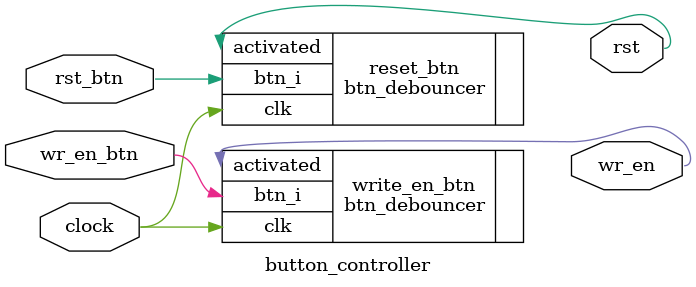
<source format=v>
`timescale 1ns / 1ps


module button_controller(
    input rst_btn,
    input wr_en_btn,
    inout clock,
    output wire rst,
    output wire wr_en
    );
    
    btn_debouncer reset_btn(
        .clk(clock),
        .btn_i(rst_btn),
        .activated(rst)
    );
    
    btn_debouncer write_en_btn(
        .clk(clock),
        .btn_i(wr_en_btn),
        .activated(wr_en)
    );
    
endmodule

</source>
